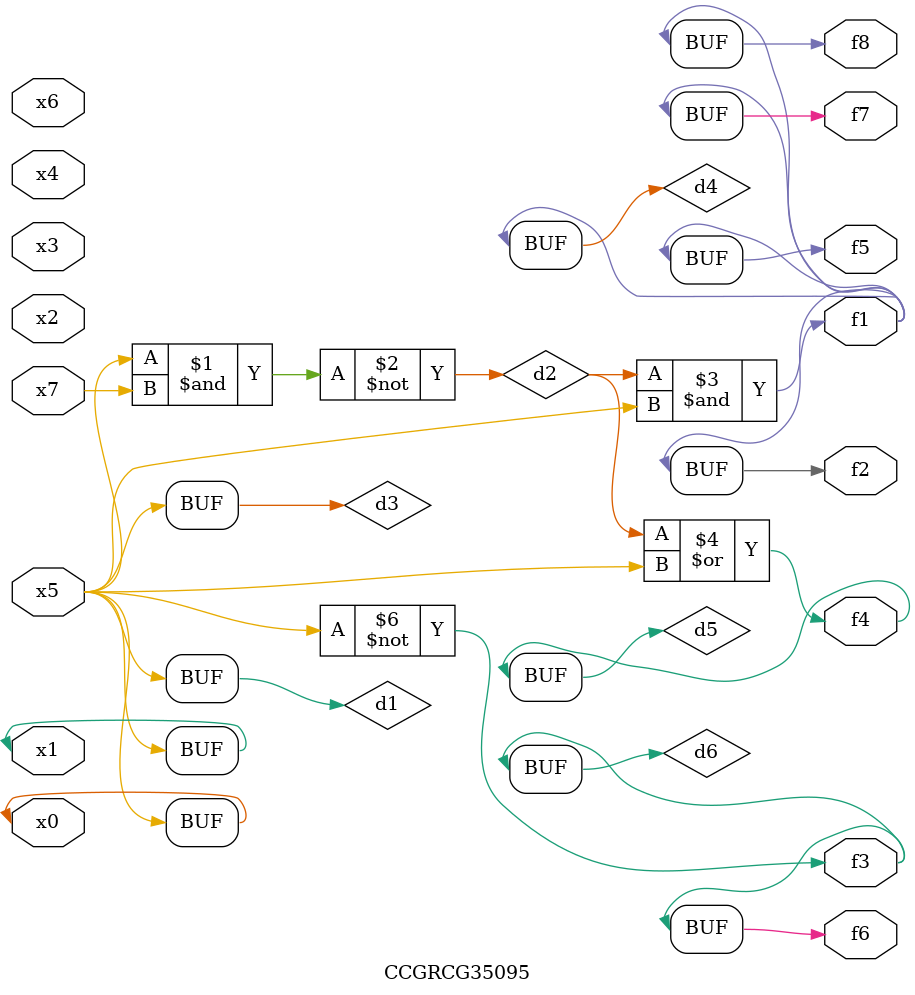
<source format=v>
module CCGRCG35095(
	input x0, x1, x2, x3, x4, x5, x6, x7,
	output f1, f2, f3, f4, f5, f6, f7, f8
);

	wire d1, d2, d3, d4, d5, d6;

	buf (d1, x0, x5);
	nand (d2, x5, x7);
	buf (d3, x0, x1);
	and (d4, d2, d3);
	or (d5, d2, d3);
	nor (d6, d1, d3);
	assign f1 = d4;
	assign f2 = d4;
	assign f3 = d6;
	assign f4 = d5;
	assign f5 = d4;
	assign f6 = d6;
	assign f7 = d4;
	assign f8 = d4;
endmodule

</source>
